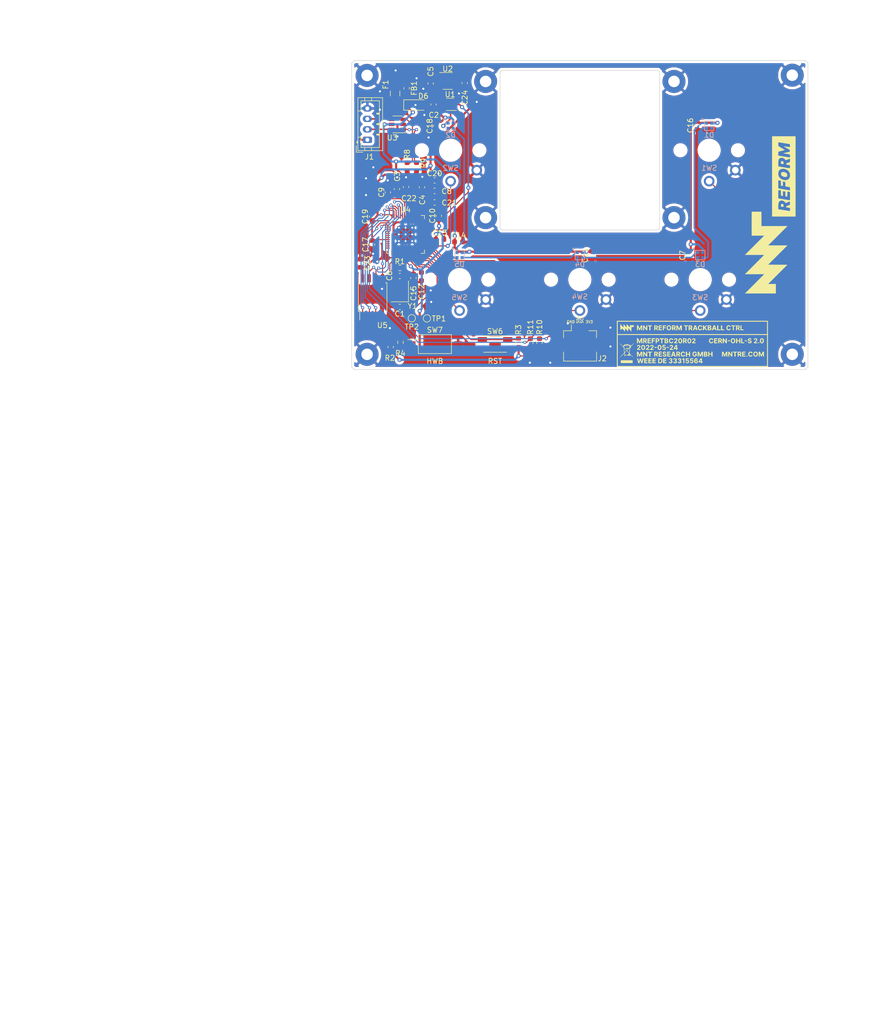
<source format=kicad_pcb>
(kicad_pcb (version 20211014) (generator pcbnew)
  (layers (0 "F.Cu" signal) (31 "B.Cu" signal) (34 "B.Paste" user) (35 "F.Paste" user) (36 "B.SilkS" user "B.Silkscreen") (37 "F.SilkS" user "F.Silkscreen") (38 "B.Mask" user) (39 "F.Mask" user) (44 "Edge.Cuts" user))
  (net 0 "")
  (net 1 "GND")
  (net 2 "+1V1")
  (net 3 "Net-(C6-Pad1)")
  (net 4 "Net-(D1-Pad1)")
  (net 5 "+5V")
  (net 6 "MT")
  (net 7 "Net-(C1-Pad1)")
  (net 9 "PROG")
  (net 10 "+3V3")
  (net 11 "SCL")
  (net 12 "SDA")
  (net 13 "RESET")
  (net 14 "QSPI_CS")
  (net 15 "SWD")
  (net 16 "SWC")
  (net 17 "Net-(D2-Pad1)")
  (net 19 "Net-(D2-Pad3)")
  (net 21 "QSPI_SD1")
  (net 22 "QSPI_SD2")
  (net 23 "QSPI_SD0")
  (net 24 "QSPI_SCK")
  (net 25 "QSPI_SD3")
  (net 26 "/5V_IN")
  (net 27 "Net-(F1-Pad1)")
  (net 28 "/D+")
  (net 29 "/UD+")
  (net 30 "/UD-")
  (net 31 "/D-")
  (net 32 "/PD+")
  (net 33 "/PD-")
  (net 46 "LED_DATA")
  (net 51 "Net-(D3-Pad1)")
  (net 52 "Net-(R1-Pad2)")
  (net 53 "Net-(SW1-Pad1)")
  (net 59 "Net-(SW2-Pad1)")
  (net 61 "Net-(D4-Pad1)")
  (net 62 "Net-(SW3-Pad1)")
  (net 63 "Net-(SW4-Pad1)")
  (net 64 "Net-(SW5-Pad1)")
  (footprint "Connector_JST:JST_PH_B4B-PH-K_1x04_P2.00mm_Vertical" (layer "F.Cu") (at 110.1 65.25 90)
    (fp_text reference "J1")
    (fp_text value "Conn_USB")
  )
  (footprint "MountingHole:MountingHole_2.2mm_M2_Pad" (layer "F.Cu") (at 110.05 52.95)
    (fp_text reference "MK5" hide)
    (fp_text value "Mounting_Hole")
  )
  (footprint "MountingHole:MountingHole_2.2mm_M2_Pad" (layer "F.Cu") (at 191.3 52.95)
    (fp_text reference "MK6" hide)
    (fp_text value "Mounting_Hole")
  )
  (footprint "MountingHole:MountingHole_2.2mm_M2_Pad" (layer "F.Cu") (at 168.7 54.1)
    (fp_text reference "MK12" hide)
    (fp_text value "Mounting_Hole")
  )
  (footprint "MountingHole:MountingHole_2.2mm_M2_Pad" (layer "F.Cu") (at 168.7 80.1)
    (fp_text reference "MK10" hide)
    (fp_text value "Mounting_Hole")
  )
  (footprint "MountingHole:MountingHole_2.2mm_M2_Pad" (layer "F.Cu") (at 132.7 80.1)
    (fp_text reference "MK11" hide)
    (fp_text value "Mounting_Hole")
  )
  (footprint "Resistor_SMD:R_0603_1608Metric" (layer "F.Cu") (at 114.55 104.8 90)
    (fp_text reference "R2")
    (fp_text value "10k")
  )
  (footprint "Connector_FFC-FPC:Hirose_FH12-6S-0.5SH_1x06-1MP_P0.50mm_Horizontal" (layer "F.Cu") (at 150.75 103)
    (fp_text reference "J2")
    (fp_text value "Conn_01x06_Female")
  )
  (footprint "MountingHole:MountingHole_2.2mm_M2_Pad" (layer "F.Cu") (at 110.05 106.2)
    (fp_text reference "MK8" hide)
    (fp_text value "Mounting_Hole")
  )
  (footprint "MountingHole:MountingHole_2.2mm_M2_Pad" (layer "F.Cu") (at 191.3 106.2)
    (fp_text reference "MK7" hide)
    (fp_text value "Mounting_Hole")
  )
  (footprint "MountingHole:MountingHole_2.2mm_M2_Pad" (layer "F.Cu") (at 132.7 54.1)
    (fp_text reference "MK9" hide)
    (fp_text value "Mounting_Hole")
  )
  (footprint "footprints-trackball:Diptronics-PTLP2" (layer "F.Cu") (at 134.5 104.25)
    (fp_text reference "SW6")
    (fp_text value "SW_RST")
  )
  (footprint "Button_Switch_SMD:SW_DIP_SPSTx01_Slide_Omron_A6S-110x_W8.9mm_P2.54mm" (layer "F.Cu") (at 123 104.25)
    (fp_text reference "SW7")
    (fp_text value "SW_HWB")
  )
  (footprint "Capacitor_SMD:C_0603_1608Metric" (layer "F.Cu") (at 122.2 54.5 -90)
    (fp_text reference "C5")
    (fp_text value "4.7uF")
  )
  (footprint "Package_TO_SOT_SMD:SOT-23-5" (layer "F.Cu") (at 125.45 54)
    (fp_text reference "U2")
    (fp_text value "TLV75533PDBV")
  )
  (footprint "Resistor_SMD:R_0603_1608Metric" (layer "F.Cu") (at 117.7 70.4125 -90)
    (fp_text reference "R8")
    (fp_text value "27.4")
  )
  (footprint "Resistor_SMD:R_0603_1608Metric" (layer "F.Cu") (at 119.5 70.4 90)
    (fp_text reference "R9")
    (fp_text value "27.4")
  )
  (footprint "Resistor_SMD:R_0603_1608Metric" (layer "F.Cu") (at 143 104 -90)
    (fp_text reference "R10")
    (fp_text value "4.7k")
  )
  (footprint "Resistor_SMD:R_0603_1608Metric" (layer "F.Cu") (at 141.25 104 -90)
    (fp_text reference "R11")
    (fp_text value "4.7k")
  )
  (footprint "Diode_SMD:D_SOD-123" (layer "F.Cu") (at 119.3 58.6)
    (fp_text reference "D6")
    (fp_text value "BZT52-B5V6J")
  )
  (footprint "Fuse:Fuse_1206_3216Metric_Castellated" (layer "F.Cu") (at 115.4 56.4 -90)
    (fp_text reference "F1")
    (fp_text value "0ZCJ0075AF2E")
  )
  (footprint "Inductor_SMD:L_0603_1608Metric" (layer "F.Cu") (at 117.6 55.4 -90)
    (fp_text reference "FB1")
    (fp_text value "BLM18PG221SH1D")
  )
  (footprint "Package_TO_SOT_SMD:SOT-23-6" (layer "F.Cu") (at 115.85 62.3 180)
    (fp_text reference "U3")
    (fp_text value "USBLC6-2SC6")
  )
  (footprint "footprints:mntreform-trackball-badge" (layer "F.Cu") (at 172.2 104.2)
    (fp_text reference "MK1" hide)
    (fp_text value "BADGE" hide)
  )
  (footprint "reform2-motherboard:mntreform" (layer "F.Cu") (at 187.1 79.6 90)
    (fp_text reference "MK13" hide)
    (fp_text value "LOGO" hide)
  )
  (footprint "Capacitor_SMD:C_0603_1608Metric" (layer "F.Cu") (at 173.1 62.5 -90)
    (fp_text reference "C16")
    (fp_text value "0.1uF")
  )
  (footprint "MCU_RaspberryPi_and_Boards:RP2040-QFN-56" (layer "F.Cu") (at 117.4 83.3)
    (fp_text reference "U4")
    (fp_text value "RP2040")
  )
  (footprint "Capacitor_SMD:C_0603_1608Metric" (layer "F.Cu") (at 122.95 77.2)
    (fp_text reference "C21")
    (fp_text value "0.1uF")
  )
  (footprint "Capacitor_SMD:C_0603_1608Metric" (layer "F.Cu") (at 152.95 87.3 -90)
    (fp_text reference "C11")
    (fp_text value "0.1uF")
  )
  (footprint "Resistor_SMD:R_0603_1608Metric" (layer "F.Cu") (at 116.31 89.7)
    (fp_text reference "R1")
    (fp_text value "1k")
  )
  (footprint "Capacitor_SMD:C_0603_1608Metric" (layer "F.Cu") (at 117.5 74.25 90)
    (fp_text reference "C22")
    (fp_text value "0.1uF")
  )
  (footprint "Capacitor_SMD:C_0603_1608Metric" (layer "F.Cu") (at 123.75 79.75 90)
    (fp_text reference "C10")
    (fp_text value "0.1uF")
  )
  (footprint "Capacitor_SMD:C_0603_1608Metric" (layer "F.Cu") (at 111 85.25 -90)
    (fp_text reference "C17")
    (fp_text value "0.1uF")
  )
  (footprint "Capacitor_SMD:C_0603_1608Metric" (layer "F.Cu") (at 128.7 54.4 -90)
    (fp_text reference "C24")
    (fp_text value "4.7uF")
  )
  (footprint "TestPoint:TestPoint_Pad_D1.0mm" (layer "F.Cu") (at 118.59 99.31)
    (fp_text reference "TP2")
    (fp_text value "TestPoint")
  )
  (footprint "Crystal:Crystal_SMD_3225-4Pin_3.2x2.5mm" (layer "F.Cu") (at 116.32 94.17 90)
    (fp_text reference "Y1")
    (fp_text value "12MHz 18pF")
  )
  (footprint "Capacitor_SMD:C_0603_1608Metric" (layer "F.Cu") (at 122.75 58.5 -90)
    (fp_text reference "C2")
    (fp_text value "0.1uF")
  )
  (footprint "Resistor_SMD:R_0603_1608Metric" (layer "F.Cu") (at 116.43 103.91 90)
    (fp_text reference "R4")
    (fp_text value "4.7k")
  )
  (footprint "Package_TO_SOT_SMD:SOT-353_SC-70-5" (layer "F.Cu") (at 125.92 58.48 180)
    (fp_text reference "U1")
    (fp_text value "SN74LV1T34DCK")
  )
  (footprint "Capacitor_SMD:C_0603_1608Metric" (layer "F.Cu") (at 127.53 84.73)
    (fp_text reference "C14")
    (fp_text value "0.1uF")
  )
  (footprint "Capacitor_SMD:C_0603_1608Metric" (layer "F.Cu") (at 114.03 75.28 90)
    (fp_text reference "C9")
    (fp_text value "0.1uF")
  )
  (footprint "Resistor_SMD:R_0603_1608Metric" (layer "F.Cu") (at 139 104 90)
    (fp_text reference "R3")
    (fp_text value "10k")
  )
  (footprint "Capacitor_SMD:C_0603_1608Metric" (layer "F.Cu") (at 120.43 91.35 -90)
    (fp_text reference "C12")
    (fp_text value "0.1uF")
  )
  (footprint "TestPoint:TestPoint_Pad_D1.0mm" (layer "F.Cu") (at 121.48 99.34)
    (fp_text reference "TP1")
    (fp_text value "TestPoint")
  )
  (footprint "Capacitor_SMD:C_0603_1608Metric" (layer "F.Cu") (at 108.76 88.81 90)
    (fp_text reference "C23")
    (fp_text value "0.1uF")
  )
  (footprint "Capacitor_SMD:C_0603_1608Metric" (layer "F.Cu") (at 118.9 91.65 -90)
    (fp_text reference "C15")
    (fp_text value "0.1uF")
  )
  (footprint "Capacitor_SMD:C_0603_1608Metric" (layer "F.Cu") (at 116.3 97.15 180)
    (fp_text reference "C1")
    (fp_text value "27pF")
  )
  (footprint "Capacitor_SMD:C_0603_1608Metric" (layer "F.Cu") (at 122.95 73)
    (fp_text reference "C20")
    (fp_text value "1uF")
  )
  (footprint "Capacitor_SMD:C_0603_1608Metric" (layer "F.Cu") (at 111 79.9 90)
    (fp_text reference "C19")
    (fp_text value "0.1uF")
  )
  (footprint "Capacitor_SMD:C_0603_1608Metric" (layer "F.Cu") (at 120.54 74.3 90)
    (fp_text reference "C4")
    (fp_text value "0.1uF")
  )
  (footprint "Capacitor_SMD:C_0603_1608Metric" (layer "F.Cu") (at 115.75 74.65 90)
    (fp_text reference "C3")
    (fp_text value "0.1uF")
  )
  (footprint "Capacitor_SMD:C_0603_1608Metric" (layer "F.Cu") (at 123.95 84.25)
    (fp_text reference "C13")
    (fp_text value "0.1uF")
  )
  (footprint "Capacitor_SMD:C_0603_1608Metric" (layer "F.Cu") (at 116.3 91.25)
    (fp_text reference "C6")
    (fp_text value "27pF")
  )
  (footprint "Capacitor_SMD:C_0603_1608Metric" (layer "F.Cu") (at 122.95 75)
    (fp_text reference "C8")
    (fp_text value "0.1uF")
  )
  (footprint "Capacitor_SMD:C_0603_1608Metric" (layer "F.Cu") (at 171.6 87.3 -90)
    (fp_text reference "C7")
    (fp_text value "0.1uF")
  )
  (footprint "Package_SO:SOIC-8_5.23x5.23mm_P1.27mm" (layer "F.Cu") (at 111.11 95.27 90)
    (fp_text reference "U5")
    (fp_text value "W25Q32JVSS")
  )
  (footprint "Capacitor_SMD:C_0603_1608Metric" (layer "F.Cu") (at 123.25 62.58 -90)
    (fp_text reference "C18")
    (fp_text value "0.1uF")
  )
  (footprint "keyswitches:PG1350" (layer "B.Cu") (at 175.42 67.24 180)
    (fp_text reference "SW1")
    (fp_text value "Choc")
  )
  (footprint "keyswitches:PG1350" (layer "B.Cu") (at 173.71 91.94 180)
    (fp_text reference "SW3")
    (fp_text value "Choc")
  )
  (footprint "keyswitches:PG1350" (layer "B.Cu") (at 150.71 91.94 180)
    (fp_text reference "SW4")
    (fp_text value "Choc")
  )
  (footprint "keyswitches:PG1350" (layer "B.Cu") (at 127.72 91.94 180)
    (fp_text reference "SW5")
    (fp_text value "Choc")
  )
  (footprint "keyswitches:PG1350" (layer "B.Cu") (at 126.01 67.24 180)
    (fp_text reference "SW2")
    (fp_text value "Choc")
  )
  (footprint "footprints:SK6805-EC15" (layer "B.Cu") (at 173.71 87.25)
    (fp_text reference "D3")
    (fp_text value "SK6805-EC15")
  )
  (footprint "footprints:SK6805-EC15" (layer "B.Cu") (at 150.71 87.25)
    (fp_text reference "D4")
    (fp_text value "SK6805-EC15")
  )
  (footprint "footprints:SK6805-EC15" (layer "B.Cu") (at 126.015 62.55)
    (fp_text reference "D2")
    (fp_text value "SK6805-EC15")
  )
  (footprint "footprints:SK6805-EC15" (layer "B.Cu") (at 175.42 62.55)
    (fp_text reference "D1")
    (fp_text value "SK6805-EC15")
  )
  (footprint "footprints:SK6805-EC15" (layer "B.Cu") (at 127.72 87.25)
    (fp_text reference "D5")
    (fp_text value "SK6805-EC15")
  )
  (gr_line (start 135.45 52.3) (end 135.75 52) (layer "Edge.Cuts") (width 0.1))
  (gr_line (start 165.65 52) (end 165.95 52.3) (layer "Edge.Cuts") (width 0.1))
  (gr_line (start 165.95 82.15) (end 165.65 82.45) (layer "Edge.Cuts") (width 0.1))
  (gr_line (start 135.45 82.15) (end 135.75 82.45) (layer "Edge.Cuts") (width 0.1))
  (gr_line (start 107.6 50.1) (end 107.1 50.6) (layer "Edge.Cuts") (width 0.1))
  (gr_line (start 193.8 50.1) (end 194.3 50.6) (layer "Edge.Cuts") (width 0.1))
  (gr_line (start 107.1 108.6) (end 107.1 50.6) (layer "Edge.Cuts") (width 0.1))
  (gr_line (start 194.3 108.6) (end 193.8 109.1) (layer "Edge.Cuts") (width 0.1))
  (gr_line (start 165.65 52) (end 135.75 52) (layer "Edge.Cuts") (width 0.1))
  (gr_line (start 107.6 50.1) (end 193.8 50.1) (layer "Edge.Cuts") (width 0.1))
  (gr_line (start 194.3 50.6) (end 194.3 108.6) (layer "Edge.Cuts") (width 0.1))
  (gr_line (start 135.45 82.15) (end 135.45 52.3) (layer "Edge.Cuts") (width 0.1))
  (gr_line (start 107.1 108.6) (end 107.6 109.1) (layer "Edge.Cuts") (width 0.1))
  (gr_line (start 193.8 109.1) (end 107.6 109.1) (layer "Edge.Cuts") (width 0.1))
  (gr_line (start 165.95 52.3) (end 165.95 82.15) (layer "Edge.Cuts") (width 0.1))
  (gr_line (start 165.65 82.45) (end 135.75 82.45) (layer "Edge.Cuts") (width 0.1))
  (gr_text "RST" (at 134.5 107.5) (layer "F.SilkS") (effects (font (size 1 1))))
  (gr_text "HWB" (at 123 107.5) (layer "F.SilkS") (effects (font (size 1 1))))
  (gr_text "GND" (at 148.15 100) (layer "F.SilkS") (effects (font (size 0.5 0.5) (thickness 0.1)) (justify left)))
  (gr_text "SCL" (at 151.1 100.35 90) (layer "F.SilkS") (effects (font (size 0.5 0.5) (thickness 0.1)) (justify left)))
  (gr_text "SDA" (at 150.35 100.35 90) (layer "F.SilkS") (effects (font (size 0.5 0.5) (thickness 0.1)) (justify left)))
  (gr_text "3V3" (at 151.75 100) (layer "F.SilkS") (effects (font (size 0.5 0.5) (thickness 0.1)) (justify left)))
  (segment (start 118.9 92.425) (end 120.13 92.425) (width 0.4) (layer "F.Cu") (net 1))
  (segment (start 125.380001 54.224999) (end 125.380001 55.930001) (width 0.4) (layer "F.Cu") (net 1))
  (segment (start 114.03 73.03) (end 114 73) (width 0.3) (layer "F.Cu") (net 1))
  (segment (start 136.925 105.1) (end 132.075 105.1) (width 0.4) (layer "F.Cu") (net 1))
  (segment (start 122.9125 56) (end 122.2 55.2875) (width 0.4) (layer "F.Cu") (net 1))
  (segment (start 125.380001 55.930001) (end 125.310002 56) (width 0.4) (layer "F.Cu") (net 1))
  (segment (start 112.75 87.75) (end 112 88.5) (width 0.2) (layer "F.Cu") (net 1))
  (segment (start 149.5 101.15) (end 149.5 100.4) (width 0.2) (layer "F.Cu") (net 1))
  (segment (start 118.255 93.07) (end 118.9 92.425) (width 0.4) (layer "F.Cu") (net 1))
  (segment (start 111 72.6) (end 112.5 71.1) (width 0.3) (layer "F.Cu") (net 1))
  (segment (start 123.7 71.7) (end 123.7 72.975) (width 0.4) (layer "F.Cu") (net 1))
  (segment (start 111 79.125) (end 111 72.6) (width 0.3) (layer "F.Cu") (net 1))
  (segment (start 109.6 84.625) (end 109.6 80.3) (width 0.3) (layer "F.Cu") (net 1))
  (segment (start 114.9 71.1) (end 115.8 72) (width 0.3) (layer "F.Cu") (net 1))
  (segment (start 114.03 74.505) (end 114.03 73.03) (width 0.3) (layer "F.Cu") (net 1))
  (segment (start 115.75 72.45) (end 115.8 72.4) (width 0.4) (layer "F.Cu") (net 1))
  (segment (start 116.02 62.3) (end 115.85 62.47) (width 0.4) (layer "F.Cu") (net 1))
  (segment (start 148.6 100.1) (end 148.4 100.3) (width 0.2) (layer "F.Cu") (net 1))
  (segment (start 120.6 72.3) (end 120.6 73.465) (width 0.4) (layer "F.Cu") (net 1))
  (segment (start 120.13 92.425) (end 120.43 92.125) (width 0.4) (layer "F.Cu") (net 1))
  (segment (start 125.310002 56) (end 122.9125 56) (width 0.4) (layer "F.Cu") (net 1))
  (segment (start 115.47 95.27) (end 115.47 96.845) (width 0.4) (layer "F.Cu") (net 1))
  (segment (start 112.5 71.1) (end 114.9 71.1) (width 0.3) (layer "F.Cu") (net 1))
  (segment (start 149.2 100.1) (end 148.6 100.1) (width 0.2) (layer "F.Cu") (net 1))
  (segment (start 117.5 73.475) (end 117.5 72.4) (width 0.4) (layer "F.Cu") (net 1))
  (segment (start 111.19806 87) (end 111.19806 86.22306) (width 0.4) (layer "F.Cu") (net 1))
  (segment (start 125.155002 54) (end 125.380001 54.224999) (width 0.4) (layer "F.Cu") (net 1))
  (segment (start 112.75 87.75) (end 115.984994 87.75) (width 0.2) (layer "F.Cu") (net 1))
  (segment (start 117.075 91.25) (end 117.075 92.975) (width 0.4) (layer "F.Cu") (net 1))
  (segment (start 117.17 93.07) (end 118.255 93.07) (width 0.4) (layer "F.Cu") (net 1))
  (segment (start 111 86.025) (end 109.6 84.625) (width 0.3) (layer "F.Cu") (net 1))
  (segment (start 115.8 72) (end 115.8 72.4) (width 0.3) (layer "F.Cu") (net 1))
  (segment (start 123.725 73) (end 123.725 78.95) (width 0.4) (layer "F.Cu") (net 1))
  (segment (start 117.075 92.975) (end 117.17 93.07) (width 0.4) (layer "F.Cu") (net 1))
  (segment (start 115.984994 87.75) (end 116.4 87.334994) (width 0.2) (layer "F.Cu") (net 1))
  (segment (start 149.5 100.4) (end 149.2 100.1) (width 0.2) (layer "F.Cu") (net 1))
  (segment (start 116.95 62.3) (end 116.02 62.3) (width 0.4) (layer "F.Cu") (net 1))
  (segment (start 109.6 80.3) (end 110.775 79.125) (width 0.3) (layer "F.Cu") (net 1))
  (segment (start 115.85 62.47) (end 115.85 64.6) (width 0.4) (layer "F.Cu") (net 1))
  (segment (start 116.4 86.7375) (end 116.4 87.334994) (width 0.2) (layer "F.Cu") (net 1))
  (segment (start 108.99 88.035) (end 111 86.025) (width 0.3) (layer "F.Cu") (net 1))
  (segment (start 124.35 54) (end 125.155002 54) (width 0.4) (layer "F.Cu") (net 1))
  (segment (start 115.75 73.875) (end 115.75 72.45) (width 0.4) (layer "F.Cu") (net 1))
  (via (at 119.5 53.5) (size 0.8) (drill 0.4) (layers "F.Cu" "B.Cu") (net 1))
  (via (at 112.5 59.5) (size 0.8) (drill 0.4) (layers "F.Cu" "B.Cu") (net 1))
  (via (at 112.5 56) (size 0.8) (drill 0.4) (layers "F.Cu" "B.Cu") (net 1))
  (via (at 115.5 52) (size 0.8) (drill 0.4) (layers "F.Cu" "B.Cu") (net 1))
  (via (at 120.8 55.5) (size 0.8) (drill 0.4) (layers "F.Cu" "B.Cu") (net 1))
  (via (at 119.3 58.6) (size 0.8) (drill 0.4) (layers "F.Cu" "B.Cu") (net 1))
  (via (at 131 58) (size 0.8) (drill 0.4) (layers "F.Cu" "B.Cu") (net 1))
  (via (at 118.9 94) (size 0.8) (drill 0.4) (layers "F.Cu" "B.Cu") (net 1))
  (via (at 127.6 56.4) (size 0.8) (drill 0.4) (layers "F.Cu" "B.Cu") (net 1))
  (via (at 115.85 64.6) (size 0.8) (drill 0.4) (layers "F.Cu" "B.Cu") (net 1))
  (via (at 111.19806 87) (size 0.8) (drill 0.4) (layers "F.Cu" "B.Cu") (net 1))
  (via (at 122.3 96.2) (size 0.8) (drill 0.4) (layers "F.Cu" "B.Cu") (net 1))
  (via (at 109.85 72.6) (size 0.8) (drill 0.4) (layers "F.Cu" "B.Cu") (net 1))
  (via (at 156.55 104.7) (size 0.8) (drill 0.4) (layers "F.Cu" "B.Cu") (net 1))
  (via (at 114.4 101.2) (size 0.8) (drill 0.4) (layers "F.Cu" "B.Cu") (net 1))
  (via (at 117.5 72.4) (size 0.8) (drill 0.4) (layers "F.Cu" "B.Cu") (net 1))
  (via (at 141.15 107.8) (size 0.8) (drill 0.4) (layers "F.Cu" "B.Cu") (net 1))
  (via (at 121.8 64.8) (size 0.8) (drill 0.4) (layers "F.Cu" "B.Cu") (net 1))
  (via (at 121 60.5) (size 0.8) (drill 0.4) (layers "F.Cu" "B.Cu") (net 1))
  (via (at 123.7 71.7) (size 0.8) (drill 0.4) (layers "F.Cu" "B.Cu") (net 1))
  (via (at 114 73) (size 0.8) (drill 0.4) (layers "F.Cu" "B.Cu") (net 1))
  (via (at 120.6 72.3) (size 0.8) (drill 0.4) (layers "F.Cu" "B.Cu") (net 1))
  (via (at 122.2 94) (size 0.8) (drill 0.4) (layers "F.Cu" "B.Cu") (net 1))
  (via (at 156.55 101.1) (size 0.8) (drill 0.4) (layers "F.Cu" "B.Cu") (net 1))
  (via (at 112 88.5) (size 0.8) (drill 0.4) (layers "F.Cu" "B.Cu") (net 1))
  (via (at 109.85 75.8) (size 0.8) (drill 0.4) (layers "F.Cu" "B.Cu") (net 1))
  (via (at 148.4 100.3) (size 0.8) (drill 0.4) (layers "F.Cu" "B.Cu") (net 1))
  (via (at 112.9 93.7) (size 0.8) (drill 0.4) (layers "F.Cu" "B.Cu") (net 1))
  (via (at 145.05 107.8) (size 0.8) (drill 0.4) (layers "F.Cu" "B.Cu") (net 1))
  (via (at 115.8 72.4) (size 0.8) (drill 0.4) (layers "F.Cu" "B.Cu") (net 1))
  (via (at 111.25 70.5) (size 0.8) (drill 0.4) (layers "F.Cu" "B.Cu") (net 1))
  (segment (start 116.125 84.575) (end 116.125 82.025) (width 0.4) (layer "B.Cu") (net 1))
  (segment (start 117.4 84.575) (end 117.4 82.025) (width 0.4) (layer "B.Cu") (net 1))
  (segment (start 120.5 72.4) (end 120.6 72.3) (width 0.4) (layer "B.Cu") (net 1))
  (segment (start 118.675 74.225) (end 120.6 72.3) (width 0.4) (layer "B.Cu") (net 1))
  (segment (start 118.675 82.025) (end 118.675 74.225) (width 0.4) (layer "B.Cu") (net 1))
  (segment (start 118.675 82.025) (end 118.675 84.575) (width 0.4) (layer "B.Cu") (net 1))
  (segment (start 118.9 94) (end 118.9 91.5) (width 0.4) (layer "B.Cu") (net 1))
  (segment (start 123.1 72.3) (end 123.7 71.7) (width 0.4) (layer "B.Cu") (net 1))
  (segment (start 116.125 82.025) (end 118.675 82.025) (width 0.4) (layer "B.Cu") (net 1))
  (segment (start 117.5 72.4) (end 120.5 72.4) (width 0.4) (layer "B.Cu") (net 1))
  (segment (start 117.4 84.575) (end 116.125 84.575) (width 0.4) (layer "B.Cu") (net 1))
  (segment (start 118.675 83.3) (end 116.125 83.3) (width 0.4) (layer "B.Cu") (net 1))
  (segment (start 115.8 72.4) (end 117.5 72.4) (width 0.4) (layer "B.Cu") (net 1))
  (segment (start 118.675 84.575) (end 117.4 84.575) (width 0.4) (layer "B.Cu") (net 1))
  (segment (start 112 88.5) (end 112 87.80194) (width 0.2) (layer "B.Cu") (net 1))
  (segment (start 116.125 82.025) (end 118.675 84.575) (width 0.4) (layer "B.Cu") (net 1))
  (segment (start 118.675 82.025) (end 116.125 84.575) (width 0.4) (layer "B.Cu") (net 1))
  (segment (start 114.6 72.4) (end 115.8 72.4) (width 0.4) (layer "B.Cu") (net 1))
  (segment (start 120.6 72.3) (end 123.1 72.3) (width 0.4) (layer "B.Cu") (net 1))
  (segment (start 112 87.80194) (end 111.19806 87) (width 0.2) (layer "B.Cu") (net 1))
  (segment (start 118.9 91.5) (end 117.4 90) (width 0.4) (layer "B.Cu") (net 1))
  (segment (start 117.4 90) (end 117.4 84.575) (width 0.4) (layer "B.Cu") (net 1))
  (segment (start 114 73) (end 114.6 72.4) (width 0.4) (layer "B.Cu") (net 1))
  (segment (start 119.2 79.8625) (end 119.2 76.415) (width 0.2) (layer "F.Cu") (net 2))
  (segment (start 119.7 81.5) (end 119.2 81) (width 0.2) (layer "F.Cu") (net 2))
  (segment (start 119 81.1) (end 119.2 80.9) (width 0.2) (layer "F.Cu") (net 2))
  (segment (start 119.2 80.9) (end 119.2 79.8625) (width 0.2) (layer "F.Cu") (net 2))
  (segment (start 117.2 77.2) (end 116.5 76.5) (width 0.2) (layer "F.Cu") (net 2))
  (segment (start 117.2 80.9) (end 117.4 81.1) (width 0.2) (layer "F.Cu") (net 2))
  (segment (start 117.2 79.8625) (end 117.2 77.2) (width 0.2) (layer "F.Cu") (net 2))
  (segment (start 118 85.8) (end 118.2 85.6) (width 0.2) (layer "F.Cu") (net 2))
  (segment (start 119.7 85.2) (end 119.7 81.5) (width 0.2) (layer "F.Cu") (net 2))
  (segment (start 120.43 90.45503) (end 118 88.02503) (width 0.2) (layer "F.Cu") (net 2))
  (segment (start 117.2 79.8625) (end 117.2 80.9) (width 0.2) (layer "F.Cu") (net 2))
  (segment (start 119.2 81) (end 119.2 80.9) (width 0.2) (layer "F.Cu") (net 2))
  (segment (start 116.5 76.5) (end 114.475 76.5) (width 0.2) (layer "F.Cu") (net 2))
  (segment (start 119.3 85.6) (end 119.7 85.2) (width 0.2) (layer "F.Cu") (net 2))
  (segment (start 114.475 76.5) (end 114.03 76.055) (width 0.2) (layer "F.Cu") (net 2))
  (segment (start 118 88.02503) (end 118 86.7375) (width 0.2) (layer "F.Cu") (net 2))
  (segment (start 118 86.7375) (end 118 85.8) (width 0.2) (layer "F.Cu") (net 2))
  (segment (start 117.4 81.1) (end 119 81.1) (width 0.2) (layer "F.Cu") (net 2))
  (segment (start 119.2 76.415) (end 120.54 75.075) (width 0.2) (layer "F.Cu") (net 2))
  (segment (start 118.2 85.6) (end 119.3 85.6) (width 0.2) (layer "F.Cu") (net 2))
  (segment (start 115.585 91.25) (end 115.585 92.955) (width 0.2) (layer "F.Cu") (net 3))
  (segment (start 115.485 89.7) (end 115.485 91.21) (width 0.3) (layer "F.Cu") (net 3))
  (segment (start 115.485 91.21) (end 115.525 91.25) (width 0.3) (layer "F.Cu") (net 3))
  (segment (start 174.975 87.725) (end 174.185 87.725) (width 0.3) (layer "B.Cu") (net 4))
  (segment (start 172.6 82.1) (end 175.2 84.7) (width 0.3) (layer "B.Cu") (net 4))
  (segment (start 174.945 62.075) (end 173.925 62.075) (width 0.3) (layer "B.Cu") (net 4))
  (segment (start 175.2 84.7) (end 175.2 87.5) (width 0.3) (layer "B.Cu") (net 4))
  (segment (start 173.925 62.075) (end 172.6 63.4) (width 0.3) (layer "B.Cu") (net 4))
  (segment (start 175.2 87.5) (end 174.975 87.725) (width 0.3) (layer "B.Cu") (net 4))
  (segment (start 172.6 63.4) (end 172.6 82.1) (width 0.3) (layer "B.Cu") (net 4))
  (segment (start 129.6 86.6) (end 152 86.6) (width 0.4) (layer "F.Cu") (net 5))
  (segment (start 122.2 53.7125) (end 123.4375 54.95) (width 0.4) (layer "F.Cu") (net 5))
  (segment (start 173.1 61.725) (end 173.375 62) (width 0.4) (layer "F.Cu") (net 5))
  (segment (start 126.8 85.8) (end 126.8 84.775) (width 0.4) (layer "F.Cu") (net 5))
  (segment (start 122.75 57.725) (end 123.8 58.775) (width 0.4) (layer "F.Cu") (net 5))
  (segment (start 119.6 55.65625) (end 119.6 55) (width 0.4) (layer "F.Cu") (net 5))
  (segment (start 127.6 86.6) (end 129.6 86.6) (width 0.4) (layer "F.Cu") (net 5))
  (segment (start 119.27216 56.1875) (end 120.08466 57) (width 0.4) (layer "F.Cu") (net 5))
  (segment (start 117.6 56.1875) (end 119.06875 56.1875) (width 0.4) (layer "F.Cu") (net 5))
  (segment (start 117.65 58.85) (end 118.8 60) (width 0.3) (layer "F.Cu") (net 5))
  (segment (start 123.8 58.775) (end 124.155 59.13) (width 0.4) (layer "F.Cu") (net 5))
  (segment (start 118 76.869988) (end 117.5 76.369988) (width 0.2) (layer "F.Cu") (net 5))
  (segment (start 117.5 76.369988) (end 117.5 75.025) (width 0.2) (layer "F.Cu") (net 5))
  (segment (start 124.195 61.805) (end 125 61) (width 0.4) (layer "F.Cu") (net 5))
  (segment (start 123.8 60.124022) (end 124.675978 61) (width 0.4) (layer "F.Cu") (net 5))
  (segment (start 171.9 85.2) (end 171.9 62.6125) (width 0.4) (layer "F.Cu") (net 5))
  (segment (start 115.6 69.4) (end 115.6 70.8) (width 0.4) (layer "F.Cu") (net 5))
  (segment (start 118 79.8625) (end 118 76.869988) (width 0.2) (layer "F.Cu") (net 5))
  (segment (start 119.6 55) (end 120.8875 53.7125) (width 0.4) (layer "F.Cu") (net 5))
  (segment (start 152.875 86.6) (end 152.95 86.525) (width 0.4) (layer "F.Cu") (net 5))
  (segment (start 172.7875 61.725) (end 173.1 61.725) (width 0.4) (layer "F.Cu") (net 5))
  (segment (start 152 86.6) (end 152.875 86.6) (width 0.4) (layer "F.Cu") (net 5))
  (segment (start 114.75 62.3) (end 113.4 62.3) (width 0.4) (layer "F.Cu") (net 5))
  (segment (start 116.62452 74.3) (end 117.34952 75.025) (width 0.4) (layer "F.Cu") (net 5))
  (segment (start 171.9 86.225) (end 171.9 85.2) (width 0.4) (layer "F.Cu") (net 5))
  (segment (start 124.35 53.05) (end 122.8625 53.05) (width 0.4) (layer "F.Cu") (net 5))
  (segment (start 119.06875 56.1875) (end 119.27216 56.1875) (width 0.4) (layer "F.Cu") (net 5))
  (segment (start 152.95 86.525) (end 171.6 86.525) (width 0.4) (layer "F.Cu") (net 5))
  (segment (start 126.8 83.6) (end 126.8 84.685) (width 0.4) (layer "F.Cu") (net 5))
  (segment (start 123.8 58.775) (end 123.8 60.124022) (width 0.4) (layer "F.Cu") (net 5))
  (segment (start 115.6 70.8) (end 116.62452 71.82452) (width 0.4) (layer "F.Cu") (net 5))
  (segment (start 126.8 85.8) (end 127.6 86.6) (width 0.4) (layer "F.Cu") (net 5))
  (segment (start 121.437256 57) (end 122.162256 57.725) (width 0.4) (layer "F.Cu") (net 5))
  (segment (start 116.62452 71.82452) (end 116.62452 74.3) (width 0.4) (layer "F.Cu") (net 5))
  (segment (start 171.6 86.525) (end 171.9 86.225) (width 0.4) (layer "F.Cu") (net 5))
  (segment (start 123.4375 54.95) (end 124.35 54.95) (width 0.4) (layer "F.Cu") (net 5))
  (segment (start 117.6 56.1875) (end 117.6 58.55) (width 0.4) (layer "F.Cu") (net 5))
  (segment (start 122.162256 57.725) (end 122.75 57.725) (width 0.4) (layer "F.Cu") (net 5))
  (segment (start 120.08466 57) (end 121.437256 57) (width 0.4) (layer "F.Cu") (net 5))
  (segment (start 124.675978 61) (end 125 61) (width 0.4) (layer "F.Cu") (net 5))
  (segment (start 120.8875 53.7125) (end 122.2 53.7125) (width 0.4) (layer "F.Cu") (net 5))
  (segment (start 122.8625 53.05) (end 122.2 53.7125) (width 0.4) (layer "F.Cu") (net 5))
  (segment (start 119.06875 56.1875) (end 119.6 55.65625) (width 0.4) (layer "F.Cu") (net 5))
  (segment (start 124.155 59.13) (end 124.97 59.13) (width 0.4) (layer "F.Cu") (net 5))
  (segment (start 123.25 61.805) (end 124.195 61.805) (width 0.4) (layer "F.Cu") (net 5))
  (segment (start 171.9 62.6125) (end 172.7875 61.725) (width 0.4) (layer "F.Cu") (net 5))
  (segment (start 173.375 62) (end 177 62) (width 0.4) (layer "F.Cu") (net 5))
  (via (at 113.4 62.3) (size 0.8) (drill 0.4) (layers "F.Cu" "B.Cu") (net 5))
  (via (at 115.6 69.4) (size 0.8) (drill 0.4) (layers "F.Cu" "B.Cu") (net 5))
  (via (at 177 62) (size 0.8) (drill 0.4) (layers "F.Cu" "B.Cu") (net 5))
  (via (at 152 86.6) (size 0.8) (drill 0.4) (layers "F.Cu" "B.Cu") (net 5))
  (via (at 126.8 83.6) (size 0.8) (drill 0.4) (layers "F.Cu" "B.Cu") (net 5))
  (via (at 129.6 86.6) (size 0.8) (drill 0.4) (layers "F.Cu" "B.Cu") (net 5))
  (via (at 125 61) (size 0.8) (drill 0.4) (layers "F.Cu" "B.Cu") (net 5))
  (via (at 171.9 85.2) (size 0.8) (drill 0.4) (layers "F.Cu" "B.Cu") (net 5))
  (via (at 118.8 60) (size 0.8) (drill 0.4) (layers "F.Cu" "B.Cu") (net 5))
  (segment (start 174.185 86.775) (end 174.185 86.1) (width 0.4) (layer "B.Cu") (net 5))
  (segment (start 126.8 74.8) (end 127.8 73.8) (width 0.4) (layer "B.Cu") (net 5))
  (segment (start 127 71.2) (end 127.8 72) (width 0.4) (layer "B.Cu") (net 5))
  (segment (start 116.5 62.3) (end 118.8 60) (width 0.4) (layer "B.Cu") (net 5))
  (segment (start 175.92 62.1) (end 175.895 62.075) (width 0.4) (layer "B.Cu") (net 5))
  (segment (start 113.200489 67.900489) (end 113.200489 62.499511) (width 0.4) (layer "B.Cu") (net 5))
  (segment (start 121.4 69) (end 123.2 69) (width 0.4) (layer "B.Cu") (net 5))
  (segment (start 173.285 85.2) (end 171.9 85.2) (width 0.4) (layer "B.Cu") (net 5))
  (segment (start 126.09 61) (end 126.49 61.4) (width 0.4) (layer "B.Cu") (net 5))
  (segment (start 126.49 61.4) (end 126.49 62.075) (width 0.4) (layer "B.Cu") (net 5))
  (segment (start 113.4 62.3) (end 116.5 62.3) (width 0.4) (layer "B.Cu") (net 5))
  (segment (start 125.4 71.2) (end 127 71.2) (width 0.4) (layer "B.Cu") (net 5))
  (segment (start 115.6 69.4) (end 114.7 69.4) (width 0.4) (layer "B.Cu") (net 5))
  (segment (start 114.7 69.4) (end 113.200489 67.900489) (width 0.4) (layer "B.Cu") (net 5))
  (segment (start 115.6 69.4) (end 121 69.4) (width 0.4) (layer "B.Cu") (net 5))
  (segment (start 177 62) (end 176.9 62.1) (width 0.4) (layer "B.Cu") (net 5))
  (segment (start 174.185 86.1) (end 173.285 85.2) (width 0.4) (layer "B.Cu") (net 5))
  (segment (start 126.8 83.6) (end 126.8 74.8) (width 0.4) (layer "B.Cu") (net 5))
  (segment (start 129.425 86.775) (end 129.6 86.6) (width 0.4) (layer "B.Cu") (net 5))
  (segment (start 127.8 72) (end 127.8 73.8) (width 0.4) (layer "B.Cu") (net 5))
  (segment (start 176.9 62.1) (end 175.92 62.1) (width 0.4) (layer "B.Cu") (net 5))
  (segment (start 151.825 86.775) (end 152 86.6) (width 0.4) (layer "B.Cu") (net 5))
  (segment (start 128.195 86.775) (end 129.425 86.775) (width 0.4) (layer "B.Cu") (net 5))
  (segment (start 125 61) (end 126.09 61) (width 0.4) (layer "B.Cu") (net 5))
  (segment (start 123.2 69) (end 125.4 71.2) (width 0.4) (layer "B.Cu") (net 5))
  (segment (start 113.200489 62.499511) (end 113.4 62.3) (width 0.4) (layer "B.Cu") (net 5))
  (segment (start 121 69.4) (end 121.4 69) (width 0.4) (layer "B.Cu") (net 5))
  (segment (start 151.185 86.775) (end 151.825 86.775) (width 0.4) (layer "B.Cu") (net 5))
  (segment (start 121.90144 87.90144) (end 124.9 90.9) (width 0.2) (layer "F.Cu") (net 6))
  (segment (start 119.6 87.365006) (end 120.136434 87.90144) (width 0.2) (layer "F.Cu") (net 6))
  (segment (start 120.136434 87.90144) (end 121.90144 87.90144) (width 0.2) (layer "F.Cu") (net 6))
  (segment (start 124.9 90.9) (end 124.9 97.5) (width 0.2) (layer "F.Cu") (net 6))
  (segment (start 119.6 86.7375) (end 119.6 87.365006) (width 0.2) (layer "F.Cu") (net 6))
  (segment (start 126.8 99.4) (end 149.7 99.4) (width 0.2) (layer "F.Cu") (net 6))
  (segment (start 149.7 99.4) (end 150 99.7) (width 0.2) (layer "F.Cu") (net 6))
  (segment (start 150 99.7) (end 150 101.15) (width 0.2) (layer "F.Cu") (net 6))
  (segment (start 124.9 97.5) (end 126.8 99.4) (width 0.2) (layer "F.Cu") (net 6))
  (segment (start 116.1 88.2) (end 115.1 88.2) (width 0.2) (layer "F.Cu") (net 7))
  (segment (start 117.325 97.15) (end 117.325 95.425) (width 0.2) (layer "F.Cu") (net 7))
  (segment (start 117.17 95.17) (end 117.17 95.27) (width 0.2) (layer "F.Cu") (net 7))
  (segment (start 114.4 93.899022) (end 114.700978 94.2) (width 0.2) (layer "F.Cu") (net 7))
  (segment (start 114.4 88.9) (end 114.4 93.899022) (width 0.2) (layer "F.Cu") (net 7))
  (segment (start 116.8 86.7375) (end 116.8 87.5) (width 0.2) (layer "F.Cu") (net 7))
  (segment (start 116.8 87.5) (end 116.1 88.2) (width 0.2) (layer "F.Cu") (net 7))
  (segment (start 116.2 94.2) (end 117.17 95.17) (width 0.2) (layer "F.Cu") (net 7))
  (segment (start 114.700978 94.2) (end 116.2 94.2) (width 0.2) (layer "F.Cu") (net 7))
  (segment (start 115.1 88.2) (end 114.4 88.9) (width 0.2) (layer "F.Cu") (net 7))
  (segment (start 116.915 104.25) (end 118.55 104.25) (width 0.2) (layer "F.Cu") (net 9))
  (segment (start 116.43 104.735) (end 116.915 104.25) (width 0.2) (layer "F.Cu") (net 9))
  (segment (start 120 79.8625) (end 120 78.3) (width 0.2) (layer "F.Cu") (net 10))
  (segment (start 114.5 71.9) (end 114.9 72.3) (width 0.3) (layer "F.Cu") (net 10))
  (segment (start 139 104.825) (end 139 106.5) (width 0.4) (layer "F.Cu") (net 10))
  (segment (start 112.8 72.5) (end 113.4 71.9) (width 0.4) (layer "F.Cu") (net 10))
  (segment (start 113.4 71.9) (end 114.5 71.9) (width 0.4) (layer "F.Cu") (net 10))
  (segment (start 117.59952 77.034514) (end 115.990006 75.425) (width 0.2) (layer "F.Cu") (net 10))
  (segment (start 114.75 105.7875) (end 114.55 105.5875) (width 0.4) (layer "F.Cu") (net 10))
  (segment (start 108.76 89.585) (end 109.765 89.585) (width 0.3) (layer "F.Cu") (net 10))
  (segment (start 120.1 97.9) (end 120.1 105.4) (width 0.4) (layer "F.Cu") (net 10))
  (segment (start 114.9 74.575) (end 115.75 75.425) (width 0.3) (layer "F.Cu") (net 10))
  (segment (start 119.6 79.8625) (end 119.6 77.575) (width 0.2) (layer "F.Cu") (net 10))
  (segment (start 139 104.825) (end 142.9625 104.825) (width 0.4) (layer "F.Cu") (net 10))
  (segment (start 112.1 87.25) (end 112.1 85.575) (width 0.3) (layer "F.Cu") (net 10))
  (segment (start 152 103.75) (end 149.25 106.5) (width 0.2) (layer "F.Cu") (net 10))
  (segment (start 126.55 53.05) (end 128.125 53.05) (width 0.4) (layer "F.Cu") (net 10))
  (segment (start 120.8375 80.7) (end 123.575 80.7) (width 0.2) (layer "F.Cu") (net 10))
  (segment (start 113.9625 84.3) (end 111.175 84.3) (width 0.2) (layer "F.Cu") (net 10))
  (segment (start 117.6 79.130358) (end 117.59952 79.129878) (width 0.2) (layer "F.Cu") (net 10))
  (segment (start 116.25 107.25) (end 116.2125 107.25) (width 0.4) (layer "F.Cu") (net 10))
  (segment (start 112.050497 79.687003) (end 112.050497 73.249503) (width 0.4) (layer "F.Cu") (net 10))
  (segment (start 113.9625 80.7) (end 111.025 80.7) (width 0.2) (layer "F.Cu") (net 10))
  (segment (start 118.9 90.875) (end 118.9 89.914274) (width 0.3) (layer "F.Cu") (net 10))
  (segment (start 117.6 79.8625) (end 117.6 79.130358) (width 0.2) (layer "F.Cu") (net 10))
  (segment (start 114.9 72.3) (end 114.9 74.575) (width 0.3) (layer "F.Cu") (net 10))
  (segment (start 112.050497 73.249503) (end 112.8 72.5) (width 0.4) (layer "F.Cu") (net 10))
  (segment (start 117.59952 79.129878) (end 117.59952 77.034514) (width 0.2) (layer "F.Cu") (net 10))
  (segment (start 122.175 73) (end 122.175 75) (width 0.4) (layer "F.Cu") (net 10))
  (segment (start 128.125 53.05) (end 128.7 53.625) (width 0.4) (layer "F.Cu") (net 10))
  (segment (start 129.8 54.725) (end 129.8 59.1) (width 0.4) (layer "F.Cu") (net 10))
  (segment (start 117.6 88.614274) (end 118.392863 89.407137) (width 0.2) (layer "F.Cu") (net 10))
  (segment (start 122.175 75) (end 122.175 77.2) (width 0.4) (layer "F.Cu") (net 10))
  (segment (start 119.7125 105.7875) (end 114.75 105.7875) (width 0.4) (layer "F.Cu") (net 10))
  (segment (start 123.75 81.65) (end 123.8 81.7) (width 0.4) (layer "F.Cu") (net 10))
  (segment (start 129.8 59.1) (end 122.175 66.725) (width 0.4) (layer "F.Cu") (net 10))
  (segment (start 123.25 83.25) (end 123.25 84.175) (width 0.4) (layer "F.Cu") (net 10))
  (segment (start 109.205 90.03) (end 108.76 89.585) (width 0.3) (layer "F.Cu") (net 10))
  (segment (start 111 80.675) (end 111 84.475) (width 0.3) (layer "F.Cu") (net 10))
  (segment (start 118.9 89.914274) (end 118.392863 89.407137) (width 0.3) (layer "F.Cu") (net 10))
  (segment (start 149.25 106.5) (end 139 106.5) (width 0.2) (layer "F.Cu") (net 10))
  (segment (start 122.175 78.95) (end 123.75 80.525) (width 0.4) (layer "F.Cu") (net 10))
  (segment (start 122.175 66.725) (end 122.175 70.175) (width 0.4) (layer "F.Cu") (net 10))
  (segment (start 117.6 86.7375) (end 117.6 88.614274) (width 0.2) (layer "F.Cu") (net 10))
  (segment (start 120 78.3) (end 121.1 77.2) (width 0.2) (layer "F.Cu") (net 10))
  (segment (start 116.2125 107.25) (end 114.55 105.5875) (width 0.4) (layer "F.Cu") (net 10))
  (segment (start 123.75 80.525) (end 123.75 81.65) (width 0.4) (layer "F.Cu") (net 10))
  (segment (start 123.125 84.3) (end 120.8375 84.3) (width 0.2) (layer "F.Cu") (net 10))
  (segment (start 122.175 70.175) (end 122.175 73) (width 0.4) (layer "F.Cu") (net 10))
  (segment (start 112.1 85.575) (end 111 84.475) (width 0.3) (layer "F.Cu") (net 10))
  (segment (start 109.765 89.585) (end 112.1 87.25) (width 0.3) (layer "F.Cu") (net 10))
  (segment (start 128.7 53.625) (end 129.8 54.725) (width 0.4) (layer "F.Cu") (net 10))
  (segment (start 109.205 91.67) (end 109.205 90.03) (width 0.3) (layer "F.Cu") (net 10))
  (segment (start 121.1 77.2) (end 122.175 77.2) (width 0.2) (layer "F.Cu") (net 10))
  (segment (start 119.6 77.575) (end 122.175 75) (width 0.2) (layer "F.Cu") (net 10))
  (segment (start 152 101.15) (end 152 103.75) (width 0.2) (layer "F.Cu") (net 10))
  (segment (start 120.1 105.4) (end 119.7125 105.7875) (width 0.4) (layer "F.Cu") (net 10))
  (segment (start 111.0625 80.675) (end 112.050497 79.687003) (width 0.4) (layer "F.Cu") (net 10))
  (segment (start 122.175 77.2) (end 122.175 78.95) (width 0.4) (layer "F.Cu") (net 10))
  (via (at 123.25 83.25) (size 0.8) (drill 0.4) (layers "F.Cu" "B.Cu") (net 10))
  (via (at 116.25 107.25) (size 0.8) (drill 0.4) (layers "F.Cu" "B.Cu") (net 10))
  (via (at 123.8 81.7) (size 0.8) (drill 0.4) (layers "F.Cu" "B.Cu") (net 10))
  (via (at 122.175 70.175) (size 0.8) (drill 0.4) (layers "F.Cu" "B.Cu") (net 10))
  (via (at 139 106.5) (size 0.8) (drill 0.4) (layers "F.Cu" "B.Cu") (net 10))
  (via (at 118.392863 89.407137) (size 0.8) (drill 0.4) (layers "F.Cu" "B.Cu") (net 10))
  (via (at 120.1 97.9) (size 0.8) (drill 0.4) (layers "F.Cu" "B.Cu") (net 10))
  (via (at 112.8 72.5) (size 0.8) (drill 0.4) (layers "F.Cu" "B.Cu") (net 10))
  (segment (start 118.985726 90) (end 118.392863 89.407137) (width 0.4) (layer "B.Cu") (net 10))
  (segment (start 120.5 90) (end 118.985726 90) (width 0.4) (layer "B.Cu") (net 10))
  (segment (start 116.25 107.25) (end 138.25 107.25) (width 0.4) (layer "B.Cu") (net 10))
  (segment (start 112.8 72.5) (end 112.8 71.6) (width 0.4) (layer "B.Cu") (net 10))
  (segment (start 112.8 71.6) (end 113.5 70.9) (width 0.4) (layer "B.Cu") (net 10))
  (segment (start 124.5 86) (end 120.5 90) (width 0.4) (layer "B.Cu") (net 10))
  (segment (start 120.5 97.5) (end 120.1 97.9) (width 0.4) (layer "B.Cu") (net 10))
  (segment (start 123.8 82.7) (end 123.8 82.8) (width 0.4) (layer "B.Cu") (net 10))
  (segment (start 113.5 70.9) (end 121.45 70.9) (width 0.4) (layer "B.Cu") (net 10))
  (segment (start 123.8 81.7) (end 123.8 82.7) (width 0.4) (layer "B.Cu") (net 10))
  (segment (start 124.5 83.5) (end 124.5 86) (width 0.4) (layer "B.Cu") (net 10))
  (segment (start 123.8 82.7) (end 123.25 83.25) (width 0.4) (layer "B.Cu") (net 10))
  (segment (start 121.45 70.9) (end 122.175 70.175) (width 0.4) (layer "B.Cu") (net 10))
  (segment (start 138.25 107.25) (end 139 106.5) (width 0.4) (layer "B.Cu") (net 10))
  (segment (start 120.5 90) (end 120.5 97.5) (width 0.4) (layer "B.Cu") (net 10))
  (segment (start 123.8 82.8) (end 124.5 83.5) (width 0.4) (layer "B.Cu") (net 10))
  (segment (start 144.7 102.8) (end 150.7 102.8) (width 0.2) (layer "F.Cu") (net 11))
  (segment (start 112.8 81.8) (end 112.9 81.8) (width 0.2) (layer "F.Cu") (net 11))
  (segment (start 113.2 81.5) (end 113.9625 81.5) (width 0.2) (layer "F.Cu") (net 11))
  (segment (start 144.2875 103.2125) (end 144.7 102.8) (width 0.2) (layer "F.Cu") (net 11))
  (segment (start 143 103.2125) (end 144.2875 103.2125) (width 0.2) (layer "F.Cu") (net 11))
  (segment (start 151 102.5) (end 151 101.15) (width 0.2) (layer "F.Cu") (net 11))
  (segment (start 150.7 102.8) (end 151 102.5) (width 0.2) (layer "F.Cu") (net 11))
  (segment (start 112.9 81.8) (end 113.2 81.5) (width 0.2) (layer "F.Cu") (net 11))
  (via (at 144.2875 103.2125) (size 0.6) (drill 0.3) (layers "F.Cu" "B.Cu") (net 11))
  (via (at 112.8 81.8) (size 0.6) (drill 0.3) (layers "F.Cu" "B.Cu") (net 11))
  (segment (start 112.8 81.8) (end 112.8 82.2) (width 0.2) (layer "B.Cu") (net 11))
  (segment (start 112.8 82.2) (end 110.49856 84.50144) (width 0.2) (layer "B.Cu") (net 11))
  (segment (start 110.49856 84.50144) (end 110.49856 93.59856) (width 0.2) (layer "B.Cu") (net 11))
  (segment (start 110.49856 93.59856) (end 120.1125 103.2125) (width 0.2) (layer "B.Cu") (net 11))
  (segment (start 120.1125 103.2125) (end 144.2875 103.2125) (width 0.2) (layer "B.Cu") (net 11))
  (segment (start 150.424031 102.35048) (end 150.5 102.274511) (width 0.2) (layer "F.Cu") (net 12))
  (segment (start 141.25 103.2125) (end 142.11202 102.35048) (width 0.2) (layer "F.Cu") (net 12))
  (segment (start 111.9 82.2) (end 111.9 81.8) (width 0.2) (layer "F.Cu") (net 12))
  (segment (start 112.6 81.1) (end 113.9625 81.1) (width 0.2) (layer "F.Cu") (net 12))
  (segment (start 142.11202 102.35048) (end 150.424031 102.35048) (width 0.2) (layer "F.Cu") (net 12))
  (segment (start 140.5625 103.9) (end 141.25 103.2125) (width 0.2) (layer "F.Cu") (net 12))
  (segment (start 150.5 102.274511) (end 150.5 101.15) (width 0.2) (layer "F.Cu") (net 12))
  (segment (start 111.9 81.8) (end 112.6 81.1) (width 0.2) (layer "F.Cu") (net 12))
  (segment (start 140.2 103.9) (end 140.5625 103.9) (width 0.2) (layer "F.Cu") (net 12))
  (via (at 111.9 82.2) (size 0.6) (drill 0.3) (layers "F.Cu" "B.Cu") (net 12))
  (via (at 140.2 103.9) (size 0.6) (drill 0.3) (layers "F.Cu" "B.Cu") (net 12))
  (segment (start 111.9 82.2) (end 110.09904 84.00096) (width 0.2) (layer "B.Cu") (net 12))
  (segment (start 110.09904 94.19904) (end 119.8 103.9) (width 0.2) (layer "B.Cu") (net 12))
  (segment (start 110.09904 84.00096) (end 110.09904 94.19904) (width 0.2) (layer "B.Cu") (net 12))
  (segment (start 119.8 103.9) (end 140.2 103.9) (width 0.2) (layer "B.Cu") (net 12))
  (segment (start 129.9 103.4) (end 132.075 103.4) (width 0.2) (layer "F.Cu") (net 13))
  (segment (start 136.925 103.4) (end 138.775 103.4) (width 0.2) (layer "F.Cu") (net 13))
  (segment (start 119.2 87.530012) (end 119.970947 88.300959) (width 0.2) (layer "F.Cu") (net 13))
  (segment (start 119.970947 88.300959) (end 121.735954 88.30096) (width 0.2) (layer "F.Cu") (net 13))
  (segment (start 124.467497 97.967497) (end 129.9 103.4) (width 0.2) (layer "F.Cu") (net 13))
  (segment (start 119.2 86.7375) (end 119.2 87.530012) (width 0.2) (layer "F.Cu") (net 13))
  (segment (start 132.075 103.4) (end 136.925 103.4) (width 0.2) (layer "F.Cu") (net 13))
  (segment (start 121.735954 88.30096) (end 124.467497 91.032503) (width 0.2) (layer "F.Cu") (net 13))
  (segment (start 124.467497 91.032503) (end 124.467497 97.967497) (width 0.2) (layer "F.Cu") (net 13))
  (segment (start 109.2 97.3) (end 109.2 98.865) (width 0.2) (layer "F.Cu") (net 14))
  (segment (start 114.55 104.0125) (end 115.5025 104.0125) (width 0.2) (layer "F.Cu") (net 14))
  (segment (start 114.487508 79.550008) (end 114.8 79.8625) (width 0.2) (layer "F.Cu") (net 14))
  (segment (start 112.750008 79.550008) (end 114.487508 79.550008) (width 0.2) (layer "F.Cu") (net 14))
  (segment (start 109.205 98.87) (end 109.205 99.035717) (width 0.2) (layer "F.Cu") (net 14))
  (segment (start 115.5025 104.0125) (end 116.43 103.085) (width 0.2) (layer "F.Cu") (net 14))
  (segment (start 109.205 99.035717) (end 114.181783 104.0125) (width 0.2) (layer "F.Cu") (net 14))
  (segment (start 114.181783 104.0125) (end 114.55 104.0125) (width 0.2) (layer "F.Cu") (net 14))
  (via (at 112.750008 79.550008) (size 0.6) (drill 0.3) (layers "F.Cu" "B.Cu") (net 14))
  (via (at 109.2 97.3) (size 0.6) (drill 0.3) (layers "F.Cu" "B.Cu") (net 14))
  (segment (start 108.9 83) (end 108.9 97) (width 0.2) (layer "B.Cu") (net 14))
  (segment (start 108.9 97) (end 109.2 97.3) (width 0.2) (layer "B.Cu") (net 14))
  (segment (start 112.349992 79.550008) (end 108.9 83) (width 0.2) (layer "B.Cu") (net 14))
  (segment (start 112.750008 79.550008) (end 112.349992 79.550008) (width 0.2) (layer "B.Cu") (net 14))
  (segment (start 120.204982 89.1) (end 121.865006 89.1) (width 0.2) (layer "F.Cu") (net 15))
  (segment (start 123.9 91.134994) (end 123.9 96.92) (width 0.2) (layer "F.Cu") (net 15))
  (segment (start 118.8 86.7375) (end 118.8 87.695018) (width 0.2) (layer "F.Cu") (net 15))
  (segment (start 123.9 96.92) (end 121.48 99.34) (width 0.2) (layer "F.Cu") (net 15))
  (segment (start 118.8 87.695018) (end 120.204982 89.1) (width 0.2) (layer "F.Cu") (net 15))
  (segment (start 121.865006 89.1) (end 123.9 91.134994) (width 0.2) (layer "F.Cu") (net 15))
  (segment (start 118.59 99.31) (end 118.59 98.01) (width 0.2) (layer "F.Cu") (net 16))
  (segment (start 121.7 94.9) (end 123 94.9) (width 0.2) (layer "F.Cu") (net 16))
  (segment (start 118.59 98.01) (end 121.7 94.9) (width 0.2) (layer "F.Cu") (net 16))
  (segment (start 121.69952 89.49952) (end 120.039496 89.49952) (width 0.2) (layer "F.Cu") (net 16))
  (segment (start 120.039496 89.49952) (end 118.4 87.860024) (width 0.2) (layer "F.Cu") (net 16))
  (segment (start 123.420421 94.479579) (end 123.420421 91.220421) (width 0.2) (layer "F.Cu") (net 16))
  (segment (start 123 94.9) (end 123.420421 94.479579) (width 0.2) (layer "F.Cu") (net 16))
  (segment (start 123.420421 91.220421) (end 121.69952 89.49952) (width 0.2) (layer "F.Cu") (net 16))
  (segment (start 118.4 87.860024) (end 118.4 86.7375) (width 0.2) (layer "F.Cu") (net 16))
  (segment (start 126 58.03) (end 126 60.4) (width 0.3) (layer "F.Cu") (net 17))
  (segment (start 126 60.4) (end 126 61.2) (width 0.3) (layer "F.Cu") (net 17))
  (segment (start 125.8 57.83) (end 126 58.03) (width 0.3) (layer "F.Cu") (net 17))
  (segment (start 124.97 57.83) (end 125.8 57.83) (width 0.3) (layer "F.Cu") (net 17))
  (segment (start 126 61.2) (end 124.6 62.6) (width 0.3) (layer "F.Cu") (net 17))
  (via (at 124.6 62.6) (size 0.8) (drill 0.4) (layers "F.Cu" "B.Cu") (net 17))
  (segment (start 124.6 62.6) (end 125.125 62.075) (width 0.3) (layer "B.Cu") (net 17))
  (segment (start 125.125 62.075) (end 125.54 62.075) (width 0.3) (layer "B.Cu") (net 17))
  (segment (start 128.6 65.135) (end 128.6 84.4) (width 0.3) (layer "B.Cu") (net 19))
  (segment (start 127.245 85.755) (end 127.245 86.775) (width 0.3) (layer "B.Cu") (net 19))
  (segment (start 128.6 84.4) (end 127.245 85.755) (width 0.3) (layer "B.Cu") (net 19))
  (segment (start 126.49 63.025) (end 128.6 65.135) (width 0.3) (layer "B.Cu") (net 19))
  (segment (start 115.2 78.852162) (end 115.2 79.8625) (width 0.2) (layer "F.Cu") (net 21))
  (segment (start 113.4 78.7) (end 115.047838 78.7) (width 0.2) (layer "F.Cu") (net 21))
  (segment (start 110.5 97.3) (end 110.5 98.845) (width 0.2) (layer "F.Cu") (net 21))
  (segment (start 115.047838 78.7) (end 115.2 78.852162) (width 0.2) (layer "F.Cu") (net 21))
  (via (at 113.4 78.7) (size 0.6) (drill 0.3) (layers "F.Cu" "B.Cu") (net 21))
  (via (at 110.5 97.3) (size 0.6) (drill 0.3) (layers "F.Cu" "B.Cu") (net 21))
  (segment (start 109.3 96.1) (end 110.5 97.3) (width 0.2) (layer "B.Cu") (net 21))
  (segment (start 109.300001 83.234993) (end 109.3 96.1) (width 0.2) (layer "B.Cu") (net 21))
  (segment (start 113.4 78.7) (end 113.4 79.747838) (width 0.2) (layer "B.Cu") (net 21))
  (segment (start 113.4 79.747838) (end 112.948327 80.199511) (width 0.2) (layer "B.Cu") (net 21))
  (segment (start 112.948327 80.199511) (end 112.335483 80.199511) (width 0.2) (layer "B.Cu") (net 21))
  (segment (start 112.335483 80.199511) (end 109.300001 83.234993) (width 0.2) (layer "B.Cu") (net 21))
  (segment (start 111.7 97.3) (end 111.7 98.825) (width 0.2) (layer "F.Cu") (net 22))
  (segment (start 115.6 78.687156) (end 115.6 79.8625) (width 0.2) (layer "F.Cu") (net 22))
  (segment (start 113.911829 78.085805) (end 114.126504 78.30048) (width 0.2) (layer "F.Cu") (net 22))
  (segment (start 114.126504 78.30048) (end 115.213325 78.300481) (width 0.2) (layer "F.Cu") (net 22))
  (segment (start 115.213325 78.300481) (end 115.6 78.687156) (width 0.2) (layer "F.Cu") (net 22))
  (via (at 113.911829 78.085805) (size 0.6) (drill 0.3) (layers "F.Cu" "B.Cu") (net 22))
  (via (at 111.7 97.3) (size 0.6) (drill 0.3) (layers "F.Cu" "B.Cu") (net 22))
  (segment (start 113.911829 78.085805) (end 114.3 78.473976) (width 0.2) (layer "B.Cu") (net 22))
  (segment (start 113.2 80.7) (end 112.4 80.7) (width 0.2) (layer "B.Cu") (net 22))
  (segment (start 109.69952 95.29952) (end 111.7 97.3) (width 0.2) (layer "B.Cu") (net 22))
  (segment (start 114.3 78.473976) (end 114.3 79.6) (width 0.2) (layer "B.Cu") (net 22))
  (segment (start 109.69952 83.40048) (end 109.69952 95.29952) (width 0.2) (layer "B.Cu") (net 22))
  (segment (start 112.4 80.7) (end 109.69952 83.40048) (width 0.2) (layer "B.Cu") (net 22))
  (segment (start 114.3 79.6) (end 113.2 80.7) (width 0.2) (layer "B.Cu") (net 22))
  (segment (start 116 78.52215) (end 116 79.8625) (width 0.2) (layer "F.Cu") (net 23))
  (segment (start 113 88.9) (end 113 91.655) (width 0.2) (layer "F.Cu") (net 23))
  (segment (start 114.609637 77.695591) (end 114.815007 77.900961) (width 0.2) (layer "F.Cu") (net 23))
  (segment (start 115.378812 77.900962) (end 116 78.52215) (width 0.2) (layer "F.Cu") (net 23))
  (segment (start 114.815007 77.900961) (end 115.378812 77.900962) (width 0.2) (layer "F.Cu") (net 23))
  (via (at 114.609637 77.695591) (size 0.6) (drill 0.3) (layers "F.Cu" "B.Cu") (net 23))
  (via (at 113 88.9) (size 0.6) (drill 0.3) (layers "F.Cu" "B.Cu") (net 23))
  (segment (start 113 88.9) (end 113 82.9) (width 0.2) (layer "B.Cu") (net 23))
  (segment (start 113.55 82.35) (end 113.55 81.45) (width 0.2) (layer "B.Cu") (net 23))
  (segment (start 115 78.085954) (end 114.609637 77.695591) (width 0.2) (layer "B.Cu") (net 23))
  (segment (start 113 82.9) (end 113.55 82.35) (width 0.2) (layer "B.Cu") (net 23))
  (segment (start 113.55 81.45) (end 115 80) (width 0.2) (layer "B.Cu") (net 23))
  (segment (start 115 80) (end 115 78.085954) (width 0.2) (layer "B.Cu") (net 23))
  (segment (start 116.012836 77.687164) (end 116.4 78.074328) (width 0.2) (layer "F.Cu") (net 24))
  (segment (start 112.273911 89.726089) (end 111.745 90.255) (width 0.2) (layer "F.Cu") (net 24))
  (segment (start 111.745 90.255) (end 111.745 91.67) (width 0.2) (layer "F.Cu") (net 24))
  (segment (start 116.4 78.074328) (end 116.4 79.8625) (width 0.2) (layer "F.Cu") (net 24))
  (via (at 116.012836 77.687164) (size 0.6) (drill 0.3) (layers "F.Cu" "B.Cu") (net 24))
  (via (at 112.273911 89.726089) (size 0.6) (drill 0.3) (layers "F.Cu" "B.Cu") (net 24))
  (segment (start 113.6 82.865006) (end 113.6 89.423919) (width 0.2) (layer "B.Cu") (net 24))
  (segment (start 113.223919 89.8) (end 112.347822 89.8) (width 0.2) (layer "B.Cu") (net 24))
  (segment (start 116.012836 77.687164) (end 116.012836 79.687164) (width 0.2) (layer "B.Cu") (net 24))
  (segment (start 114 81.7) (end 114 82.465006) (width 0.2) (layer "B.Cu") (net 24))
  (segment (start 116.012836 79.687164) (end 114 81.7) (width 0.2) (layer "B.Cu") (net 24))
  (segment (start 114 82.465006) (end 113.6 82.865006) (width 0.2) (layer "B.Cu") (net 24))
  (segment (start 113.6 89.423919) (end 113.223919 89.8) (width 0.2) (layer "B.Cu") (net 24))
  (segment (start 112.347822 89.8) (end 112.273911 89.726089) (width 0.2) (layer "B.Cu") (net 24))
  (segment (start 116.8 77.552162) (end 116.8 79.8625) (width 0.2) (layer "F.Cu") (net 25))
  (segment (start 111.3 89.6) (end 110.475 90.425) (width 0.2) (layer "F.Cu") (net 25))
  (segment (start 115.3 77.1) (end 115.399511 77.000489) (width 0.2) (layer "F.Cu") (net 25))
  (segment (start 115.399511 77.000489) (end 116.248327 77.000489) (width 0.2) (layer "F.Cu") (net 25))
  (segment (start 110.475 90.425) (end 110.475 91.67) (width 0.2) (layer "F.Cu") (net 25))
  (segment (start 116.248327 77.000489) (end 116.8 77.552162) (width 0.2) (layer "F.Cu") (net 25))
  (via (at 115.3 77.1) (size 0.6) (drill 0.3) (layers "F.Cu" "B.Cu") (net 25))
  (via (at 111.3 89.6) (size 0.6) (drill 0.3) (layers "F.Cu" "B.Cu") (net 25))
  (segment (start 114.1 82.930012) (end 114.465006 82.565006) (width 0.2) (layer "B.Cu") (net 25))
  (segment (start 111.3 89.6) (end 112.199511 90.499511) (width 0.2) (layer "B.Cu") (net 25))
  (segment (start 114.465006 81.834994) (end 116.799038 79.500962) (width 0.2) (layer "B.Cu") (net 25))
  (segment (start 112.199511 90.499511) (end 113.500489 90.499511) (width 0.2) (layer "B.Cu") (net 25))
  (segment (start 114.465006 82.565006) (end 114.465006 81.834994) (width 0.2) (layer "B.Cu") (net 25))
  (segment (start 114.1 89.9) (end 114.1 82.930012) (width 0.2) (layer "B.Cu") (net 25))
  (segment (start 116.799038 77.5512) (end 116.248327 77.000489) (width 0.2) (layer "B.Cu") (net 25))
  (segment (start 116.799038 79.500962) (end 116.799038 77.5512) (width 0.2) (layer "B.Cu") (net 25))
  (segment (start 115.399511 77.000489) (end 115.3 77.1) (width 0.2) (layer "B.Cu") (net 25))
  (segment (start 116.248327 77.000489) (end 115.399511 77.000489) (width 0.2) (layer "B.Cu") (net 25))
  (segment (start 113.500489 90.499511) (end 114.1 89.9) (width 0.2) (layer "B.Cu") (net 25))
  (segment (start 110.1 65.25) (end 108.95 65.25) (width 0.4) (layer "F.Cu") (net 26))
  (segment (start 108.975 57.825) (end 115.4 57.825) (width 0.4) (layer "F.Cu") (net 26))
  (segment (start 108.4 64.7) (end 108.4 58.4) (width 0.4) (layer "F.Cu") (net 26))
  (segment (start 108.4 58.4) (end 108.975 57.825) (width 0.4) (layer "F.Cu") (net 26))
  (segment (start 108.95 65.25) (end 108.4 64.7) (width 0.4) (layer "F.Cu") (net 26))
  (segment (start 117.6 54.6125) (end 115.7625 54.6125) (width 0.4) (layer "F.Cu") (net 27))
  (segment (start 118.4 71.9) (end 117.7 71.2) (width 0.2) (layer "F.Cu") (net 28))
  (segment (start 118.4 79.8625) (end 118.4 71.9) (width 0.2) (layer "F.Cu") (net 28))
  (segment (start 118.7 62.4) (end 117.65 61.35) (width 0.2) (layer "F.Cu") (net 29))
  (segment (start 118.275 69.625) (end 118.7 69.2) (width 0.2) (layer "F.Cu") (net 29))
  (segment (start 118.7 69.2) (end 118.7 62.4) (width 0.2) (layer "F.Cu") (net 29))
  (segment (start 117.7 69.625) (end 118.275 69.625) (width 0.2) (layer "F.Cu") (net 29))
  (segment (start 117.65 61.35) (end 116.95 61.35) (width 0.2) (layer "F.Cu") (net 29))
  (segment (start 119.5 63.3) (end 119.1 63.7) (width 0.2) (layer "F.Cu") (net 30))
  (segment (start 119.1 69.2125) (end 119.5 69.6125) (width 0.2) (layer "F.Cu") (net 30))
  (segment (start 118.0505 63.25) (end 116.95 63.25) (width 0.2) (layer "F.Cu") (net 30))
  (segment (start 119.1 63.7) (end 119.1 69.2125) (width 0.2) (layer "F.Cu") (net 30))
  (segment (start 118.1005 63.3) (end 118.0505 63.25) (width 0.2) (layer "F.Cu") (net 30))
  (via (at 119.5 63.3) (size 0.6) (drill 0.3) (layers "F.Cu" "B.Cu") (net 30))
  (via (at 118.1005 63.3) (size 0.6) (drill 0.3) (layers "F.Cu" "B.Cu") (net 30))
  (segment (start 119.5 63.3) (end 118.1005 63.3) (width 0.2) (layer "B.Cu") (net 30))
  (segment (start 118.8 79.8625) (end 118.8 71.8875) (width 0.2) (layer "F.Cu") (net 31))
  (segment (start 118.8 71.8875) (end 119.5 71.1875) (width 0.2) (layer "F.Cu") (net 31))
  (segment (start 110.1 61.25) (end 114.65 61.25) (width 0.3) (layer "F.Cu") (net 32))
  (segment (start 114.75 63.25) (end 110.1 63.25) (width 0.3) (layer "F.Cu") (net 33))
  (segment (start 124.95 79.65) (end 124.95 82.05) (width 0.2) (layer "F.Cu") (net 46))
  (segment (start 122.1 83.1) (end 120.8375 83.1) (width 0.2) (layer "F.Cu") (net 46))
  (segment (start 122.75 82.45) (end 122.1 83.1) (width 0.2) (layer "F.Cu") (net 46))
  (segment (start 124.55 82.45) (end 122.75 82.45) (width 0.2) (layer "F.Cu") (net 46))
  (segment (start 129.4 75.2) (end 124.95 79.65) (width 0.2) (layer "F.Cu") (net 46))
  (segment (start 129.4 74.4) (end 129.4 75.2) (width 0.2) (layer "F.Cu") (net 46))
  (segment (start 127.68 58.48) (end 128.2 59) (width 0.3) (layer "F.Cu") (net 46))
  (segment (start 124.95 82.05) (end 124.55 82.45) (width 0.2) (layer "F.Cu") (net 46))
  (segment (start 126.87 58.48) (end 127.68 58.48) (width 0.3) (layer "F.Cu") (net 46))
  (via (at 128.2 59) (size 0.8) (drill 0.4) (layers "F.Cu" "B.Cu") (net 46))
  (via (at 129.4 74.4) (size 0.8) (drill 0.4) (layers "F.Cu" "B.Cu") (net 46))
  (segment (start 129.4 60.2) (end 128.2 59) (width 0.3) (layer "B.Cu") (net 46))
  (segment (start 129.4 74.4) (end 129.4 60.2) (width 0.3) (layer "B.Cu") (net 46))
  (segment (start 172.935978 86.775) (end 173.235 86.775) (width 0.3) (layer "B.Cu") (net 51))
  (segment (start 151.185 87.725) (end 171.985978 87.725) (width 0.3) (layer "B.Cu") (net 51))
  (segment (start 171.985978 87.725) (end 172.935978 86.775) (width 0.3) (layer "B.Cu") (net 51))
  (segment (start 117.2 86.7375) (end 117.2 89.635) (width 0.2) (layer "F.Cu") (net 52))
  (segment (start 117.2 89.635) (end 117.135 89.7) (width 0.2) (layer "F.Cu") (net 52))
  (segment (start 134.4 88.3) (end 135.7 89.6) (width 0.2) (layer "F.Cu") (net 53))
  (segment (start 135.7 89.6) (end 175.6 89.6) (width 0.2) (layer "F.Cu") (net 53))
  (segment (start 176.8 74.52) (end 175.42 73.14) (width 0.2) (layer "F.Cu") (net 53))
  (segment (start 175.6 89.6) (end 176.8 88.4) (width 0.2) (layer "F.Cu") (net 53))
  (segment (start 176.8 88.4) (end 176.8 74.52) (width 0.2) (layer "F.Cu") (net 53))
  (segment (start 121.965006 85.1) (end 125.165006 88.3) (width 0.2) (layer "F.Cu") (net 53))
  (segment (start 120.8375 85.1) (end 121.965006 85.1) (width 0.2) (layer "F.Cu") (net 53))
  (segment (start 125.165006 88.3) (end 134.4 88.3) (width 0.2) (layer "F.Cu") (net 53))
  (segment (start 120.8375 84.7) (end 122.130012 84.7) (width 0.2) (layer "F.Cu") (net 59))
  (segment (start 122.130012 84.7) (end 122.930012 85.5) (width 0.2) (layer "F.Cu") (net 59))
  (segment (start 122.930012 85.5) (end 125.45 85.5) (width 0.2) (layer "F.Cu") (net 59))
  (via (at 125.45 85.5) (size 0.8) (drill 0.4) (layers "F.Cu" "B.Cu") (net 59))
  (segment (start 126.01 84.94) (end 126.01 73.14) (width 0.2) (layer "B.Cu") (net 59))
  (segment (start 125.45 85.5) (end 126.01 84.94) (width 0.2) (layer "B.Cu") (net 59))
  (segment (start 148.985978 87.725) (end 149.935978 86.775) (width 0.3) (layer "B.Cu") (net 61))
  (segment (start 149.935978 86.775) (end 150.235 86.775) (width 0.3) (layer "B.Cu") (net 61))
  (segment (start 128.195 87.725) (end 148.985978 87.725) (width 0.3) (layer "B.Cu") (net 61))
  (segment (start 121.8 85.5) (end 125.3 89) (width 0.2) (layer "F.Cu") (net 62))
  (segment (start 151.7 95.5) (end 154.04 97.84) (width 0.2) (layer "F.Cu") (net 62))
  (segment (start 120.8375 85.5) (end 121.8 85.5) (width 0.2) (layer "F.Cu") (net 62))
  (segment (start 125.3 89) (end 133.7 89) (width 0.2) (layer "F.Cu") (net 62))
  (segment (start 140.2 95.5) (end 151.7 95.5) (width 0.2) (layer "F.Cu") (net 62))
  (segment (start 154.04 97.84) (end 173.71 97.84) (width 0.2) (layer "F.Cu") (net 62))
  (segment (start 133.7 89) (end 140.2 95.5) (width 0.2) (layer "F.Cu") (net 62))
  (segment (start 133.3 89.6) (end 141.54 97.84) (width 0.2) (layer "F.Cu") (net 63))
  (segment (start 125.3 89.6) (end 133.3 89.6) (width 0.2) (layer "F.Cu") (net 63))
  (segment (start 141.54 97.84) (end 150.71 97.84) (width 0.2) (layer "F.Cu") (net 63))
  (segment (start 121.6 85.9) (end 125.3 89.6) (width 0.2) (layer "F.Cu") (net 63))
  (segment (start 120.8375 85.9) (end 121.6 85.9) (width 0.2) (layer "F.Cu") (net 63))
  (segment (start 125.3 90.5) (end 125.3 95.42) (width 0.2) (layer "F.Cu") (net 64))
  (segment (start 120 87.2) (end 120.3 87.5) (width 0.2) (layer "F.Cu") (net 64))
  (segment (start 122.3 87.5) (end 125.3 90.5) (width 0.2) (layer "F.Cu") (net 64))
  (segment (start 125.3 95.42) (end 127.72 97.84) (width 0.2) (layer "F.Cu") (net 64))
  (segment (start 120 86.7375) (end 120 87.2) (width 0.2) (layer "F.Cu") (net 64))
  (segment (start 120.3 87.5) (end 122.3 87.5) (width 0.2) (layer "F.Cu") (net 64))
  (zone (net 1) (net_name "GND") (layer "F.Cu") (connect_pads (clearance 0.508)) (min_thickness 0.254) (fill yes (thermal_gap 0.508) (thermal_bridge_width 0.508))
    (polygon (pts (xy 107.05 50.125) (xy 194.35 50) (xy 194.35 109.25) (xy 107.05 109.375)))
  )
  (zone (net 1) (net_name "GND") (layer "B.Cu") (connect_pads (clearance 0.508)) (min_thickness 0.254) (fill yes (thermal_gap 0.508) (thermal_bridge_width 0.508))
    (polygon (pts (xy 107.05 49.975) (xy 194.35 50.025) (xy 194.35 109.275) (xy 107.05 109.225)))
  )
)
</source>
